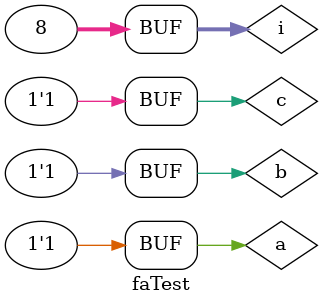
<source format=v>
`timescale 1ns/1ns

module fa(input a, b, c, output sum, carry);
    assign sum = a ^ b ^ c;
    assign carry = ((a ^ b) & c) | (a & b);
endmodule

module faTest;
    reg a, b, c;
    wire sum, carry;
    integer i;

    fa uut(.a(a), .b(b), .c(c), .sum(sum), .carry(carry));

    initial begin
        
        a <= 0;
        b <= 0;
        c <= 0;

        $monitor("a = %b    b = %b    c = %b    sum = %b    carry = %b\n", a, b, c, sum, carry);
        $dumpfile("fa.vcd");
        $dumpvars(0, faTest);

        for(i = 0; i < 8; i = i + 1) begin
            {a, b, c} = i;
            #10;
        end
    end
endmodule
</source>
